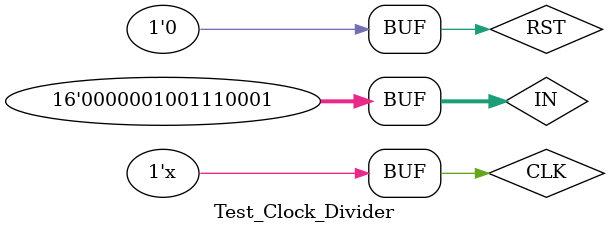
<source format=v>
`timescale 1ns / 1ps


module Test_Clock_Divider;

	// Inputs
	reg CLK;
	reg [15:0] IN;
	reg RST;

	// Outputs
	wire OUT_CLK;

	// Instantiate the Unit Under Test (UUT)
	Clock_Divider uut (
		.CLK(CLK), 
		.IN(IN), 
		.RST(RST), 
		.OUT_CLK(OUT_CLK)
	);

	initial begin
		// Initialize Inputs
		CLK = 0;
		IN = 16'b0000001001110001;;
		RST = 1;

		// Wait 100 ns for global reset to finish
		#100;
		RST=0;
        
		// Add stimulus here

	end
      always begin
	#41.667 CLK =~ CLK;
	end
endmodule


</source>
